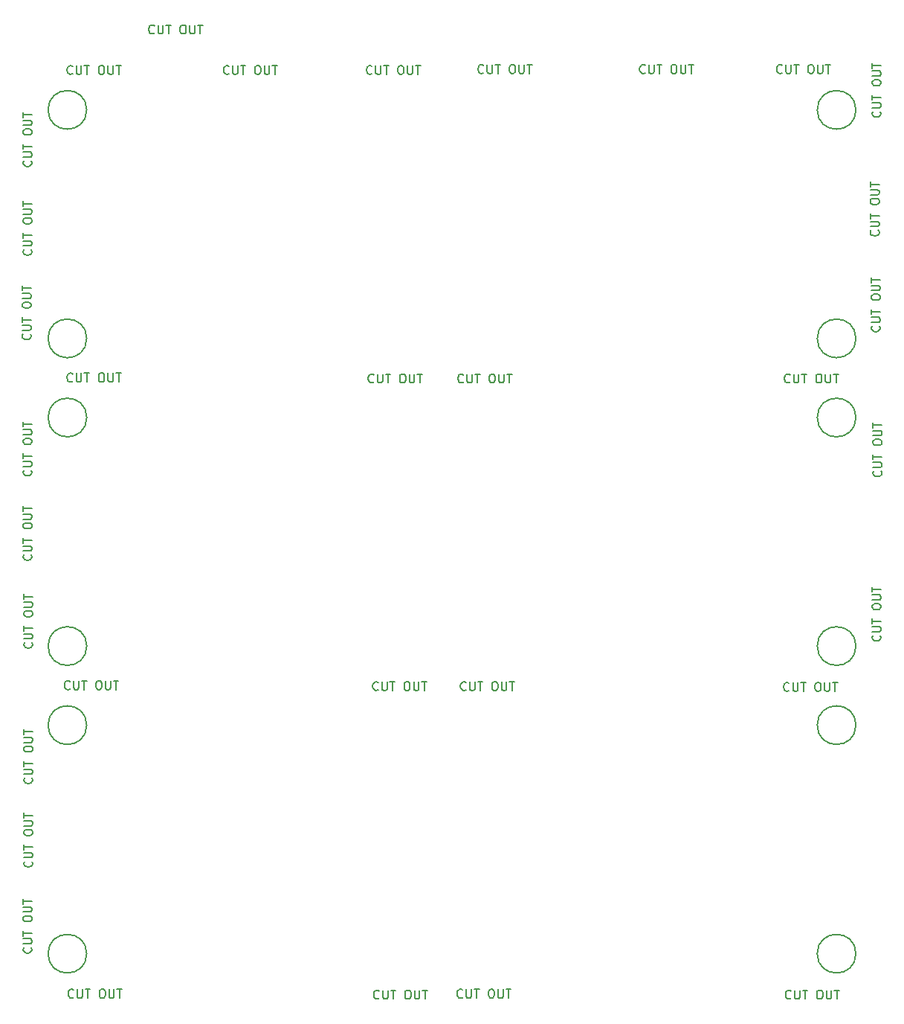
<source format=gbr>
G04 #@! TF.GenerationSoftware,KiCad,Pcbnew,(5.1.5)-3*
G04 #@! TF.CreationDate,2020-05-17T20:08:31+05:30*
G04 #@! TF.ProjectId,panel,70616e65-6c2e-46b6-9963-61645f706362,rev?*
G04 #@! TF.SameCoordinates,Original*
G04 #@! TF.FileFunction,Other,Comment*
%FSLAX46Y46*%
G04 Gerber Fmt 4.6, Leading zero omitted, Abs format (unit mm)*
G04 Created by KiCad (PCBNEW (5.1.5)-3) date 2020-05-17 20:08:31*
%MOMM*%
%LPD*%
G04 APERTURE LIST*
%ADD10C,0.150000*%
G04 APERTURE END LIST*
D10*
X129257142Y-73904761D02*
X129304761Y-73952380D01*
X129352380Y-74095238D01*
X129352380Y-74190476D01*
X129304761Y-74333333D01*
X129209523Y-74428571D01*
X129114285Y-74476190D01*
X128923809Y-74523809D01*
X128780952Y-74523809D01*
X128590476Y-74476190D01*
X128495238Y-74428571D01*
X128400000Y-74333333D01*
X128352380Y-74190476D01*
X128352380Y-74095238D01*
X128400000Y-73952380D01*
X128447619Y-73904761D01*
X128352380Y-73476190D02*
X129161904Y-73476190D01*
X129257142Y-73428571D01*
X129304761Y-73380952D01*
X129352380Y-73285714D01*
X129352380Y-73095238D01*
X129304761Y-73000000D01*
X129257142Y-72952380D01*
X129161904Y-72904761D01*
X128352380Y-72904761D01*
X128352380Y-72571428D02*
X128352380Y-72000000D01*
X129352380Y-72285714D02*
X128352380Y-72285714D01*
X128352380Y-70714285D02*
X128352380Y-70523809D01*
X128400000Y-70428571D01*
X128495238Y-70333333D01*
X128685714Y-70285714D01*
X129019047Y-70285714D01*
X129209523Y-70333333D01*
X129304761Y-70428571D01*
X129352380Y-70523809D01*
X129352380Y-70714285D01*
X129304761Y-70809523D01*
X129209523Y-70904761D01*
X129019047Y-70952380D01*
X128685714Y-70952380D01*
X128495238Y-70904761D01*
X128400000Y-70809523D01*
X128352380Y-70714285D01*
X128352380Y-69857142D02*
X129161904Y-69857142D01*
X129257142Y-69809523D01*
X129304761Y-69761904D01*
X129352380Y-69666666D01*
X129352380Y-69476190D01*
X129304761Y-69380952D01*
X129257142Y-69333333D01*
X129161904Y-69285714D01*
X128352380Y-69285714D01*
X128352380Y-68952380D02*
X128352380Y-68380952D01*
X129352380Y-68666666D02*
X128352380Y-68666666D01*
X129257142Y-63804761D02*
X129304761Y-63852380D01*
X129352380Y-63995238D01*
X129352380Y-64090476D01*
X129304761Y-64233333D01*
X129209523Y-64328571D01*
X129114285Y-64376190D01*
X128923809Y-64423809D01*
X128780952Y-64423809D01*
X128590476Y-64376190D01*
X128495238Y-64328571D01*
X128400000Y-64233333D01*
X128352380Y-64090476D01*
X128352380Y-63995238D01*
X128400000Y-63852380D01*
X128447619Y-63804761D01*
X128352380Y-63376190D02*
X129161904Y-63376190D01*
X129257142Y-63328571D01*
X129304761Y-63280952D01*
X129352380Y-63185714D01*
X129352380Y-62995238D01*
X129304761Y-62900000D01*
X129257142Y-62852380D01*
X129161904Y-62804761D01*
X128352380Y-62804761D01*
X128352380Y-62471428D02*
X128352380Y-61900000D01*
X129352380Y-62185714D02*
X128352380Y-62185714D01*
X128352380Y-60614285D02*
X128352380Y-60423809D01*
X128400000Y-60328571D01*
X128495238Y-60233333D01*
X128685714Y-60185714D01*
X129019047Y-60185714D01*
X129209523Y-60233333D01*
X129304761Y-60328571D01*
X129352380Y-60423809D01*
X129352380Y-60614285D01*
X129304761Y-60709523D01*
X129209523Y-60804761D01*
X129019047Y-60852380D01*
X128685714Y-60852380D01*
X128495238Y-60804761D01*
X128400000Y-60709523D01*
X128352380Y-60614285D01*
X128352380Y-59757142D02*
X129161904Y-59757142D01*
X129257142Y-59709523D01*
X129304761Y-59661904D01*
X129352380Y-59566666D01*
X129352380Y-59376190D01*
X129304761Y-59280952D01*
X129257142Y-59233333D01*
X129161904Y-59185714D01*
X128352380Y-59185714D01*
X128352380Y-58852380D02*
X128352380Y-58280952D01*
X129352380Y-58566666D02*
X128352380Y-58566666D01*
X129157142Y-83504761D02*
X129204761Y-83552380D01*
X129252380Y-83695238D01*
X129252380Y-83790476D01*
X129204761Y-83933333D01*
X129109523Y-84028571D01*
X129014285Y-84076190D01*
X128823809Y-84123809D01*
X128680952Y-84123809D01*
X128490476Y-84076190D01*
X128395238Y-84028571D01*
X128300000Y-83933333D01*
X128252380Y-83790476D01*
X128252380Y-83695238D01*
X128300000Y-83552380D01*
X128347619Y-83504761D01*
X128252380Y-83076190D02*
X129061904Y-83076190D01*
X129157142Y-83028571D01*
X129204761Y-82980952D01*
X129252380Y-82885714D01*
X129252380Y-82695238D01*
X129204761Y-82600000D01*
X129157142Y-82552380D01*
X129061904Y-82504761D01*
X128252380Y-82504761D01*
X128252380Y-82171428D02*
X128252380Y-81600000D01*
X129252380Y-81885714D02*
X128252380Y-81885714D01*
X128252380Y-80314285D02*
X128252380Y-80123809D01*
X128300000Y-80028571D01*
X128395238Y-79933333D01*
X128585714Y-79885714D01*
X128919047Y-79885714D01*
X129109523Y-79933333D01*
X129204761Y-80028571D01*
X129252380Y-80123809D01*
X129252380Y-80314285D01*
X129204761Y-80409523D01*
X129109523Y-80504761D01*
X128919047Y-80552380D01*
X128585714Y-80552380D01*
X128395238Y-80504761D01*
X128300000Y-80409523D01*
X128252380Y-80314285D01*
X128252380Y-79457142D02*
X129061904Y-79457142D01*
X129157142Y-79409523D01*
X129204761Y-79361904D01*
X129252380Y-79266666D01*
X129252380Y-79076190D01*
X129204761Y-78980952D01*
X129157142Y-78933333D01*
X129061904Y-78885714D01*
X128252380Y-78885714D01*
X128252380Y-78552380D02*
X128252380Y-77980952D01*
X129252380Y-78266666D02*
X128252380Y-78266666D01*
X129257142Y-108604761D02*
X129304761Y-108652380D01*
X129352380Y-108795238D01*
X129352380Y-108890476D01*
X129304761Y-109033333D01*
X129209523Y-109128571D01*
X129114285Y-109176190D01*
X128923809Y-109223809D01*
X128780952Y-109223809D01*
X128590476Y-109176190D01*
X128495238Y-109128571D01*
X128400000Y-109033333D01*
X128352380Y-108890476D01*
X128352380Y-108795238D01*
X128400000Y-108652380D01*
X128447619Y-108604761D01*
X128352380Y-108176190D02*
X129161904Y-108176190D01*
X129257142Y-108128571D01*
X129304761Y-108080952D01*
X129352380Y-107985714D01*
X129352380Y-107795238D01*
X129304761Y-107700000D01*
X129257142Y-107652380D01*
X129161904Y-107604761D01*
X128352380Y-107604761D01*
X128352380Y-107271428D02*
X128352380Y-106700000D01*
X129352380Y-106985714D02*
X128352380Y-106985714D01*
X128352380Y-105414285D02*
X128352380Y-105223809D01*
X128400000Y-105128571D01*
X128495238Y-105033333D01*
X128685714Y-104985714D01*
X129019047Y-104985714D01*
X129209523Y-105033333D01*
X129304761Y-105128571D01*
X129352380Y-105223809D01*
X129352380Y-105414285D01*
X129304761Y-105509523D01*
X129209523Y-105604761D01*
X129019047Y-105652380D01*
X128685714Y-105652380D01*
X128495238Y-105604761D01*
X128400000Y-105509523D01*
X128352380Y-105414285D01*
X128352380Y-104557142D02*
X129161904Y-104557142D01*
X129257142Y-104509523D01*
X129304761Y-104461904D01*
X129352380Y-104366666D01*
X129352380Y-104176190D01*
X129304761Y-104080952D01*
X129257142Y-104033333D01*
X129161904Y-103985714D01*
X128352380Y-103985714D01*
X128352380Y-103652380D02*
X128352380Y-103080952D01*
X129352380Y-103366666D02*
X128352380Y-103366666D01*
X129357142Y-118604761D02*
X129404761Y-118652380D01*
X129452380Y-118795238D01*
X129452380Y-118890476D01*
X129404761Y-119033333D01*
X129309523Y-119128571D01*
X129214285Y-119176190D01*
X129023809Y-119223809D01*
X128880952Y-119223809D01*
X128690476Y-119176190D01*
X128595238Y-119128571D01*
X128500000Y-119033333D01*
X128452380Y-118890476D01*
X128452380Y-118795238D01*
X128500000Y-118652380D01*
X128547619Y-118604761D01*
X128452380Y-118176190D02*
X129261904Y-118176190D01*
X129357142Y-118128571D01*
X129404761Y-118080952D01*
X129452380Y-117985714D01*
X129452380Y-117795238D01*
X129404761Y-117700000D01*
X129357142Y-117652380D01*
X129261904Y-117604761D01*
X128452380Y-117604761D01*
X128452380Y-117271428D02*
X128452380Y-116700000D01*
X129452380Y-116985714D02*
X128452380Y-116985714D01*
X128452380Y-115414285D02*
X128452380Y-115223809D01*
X128500000Y-115128571D01*
X128595238Y-115033333D01*
X128785714Y-114985714D01*
X129119047Y-114985714D01*
X129309523Y-115033333D01*
X129404761Y-115128571D01*
X129452380Y-115223809D01*
X129452380Y-115414285D01*
X129404761Y-115509523D01*
X129309523Y-115604761D01*
X129119047Y-115652380D01*
X128785714Y-115652380D01*
X128595238Y-115604761D01*
X128500000Y-115509523D01*
X128452380Y-115414285D01*
X128452380Y-114557142D02*
X129261904Y-114557142D01*
X129357142Y-114509523D01*
X129404761Y-114461904D01*
X129452380Y-114366666D01*
X129452380Y-114176190D01*
X129404761Y-114080952D01*
X129357142Y-114033333D01*
X129261904Y-113985714D01*
X128452380Y-113985714D01*
X128452380Y-113652380D02*
X128452380Y-113080952D01*
X129452380Y-113366666D02*
X128452380Y-113366666D01*
X129257142Y-99004761D02*
X129304761Y-99052380D01*
X129352380Y-99195238D01*
X129352380Y-99290476D01*
X129304761Y-99433333D01*
X129209523Y-99528571D01*
X129114285Y-99576190D01*
X128923809Y-99623809D01*
X128780952Y-99623809D01*
X128590476Y-99576190D01*
X128495238Y-99528571D01*
X128400000Y-99433333D01*
X128352380Y-99290476D01*
X128352380Y-99195238D01*
X128400000Y-99052380D01*
X128447619Y-99004761D01*
X128352380Y-98576190D02*
X129161904Y-98576190D01*
X129257142Y-98528571D01*
X129304761Y-98480952D01*
X129352380Y-98385714D01*
X129352380Y-98195238D01*
X129304761Y-98100000D01*
X129257142Y-98052380D01*
X129161904Y-98004761D01*
X128352380Y-98004761D01*
X128352380Y-97671428D02*
X128352380Y-97100000D01*
X129352380Y-97385714D02*
X128352380Y-97385714D01*
X128352380Y-95814285D02*
X128352380Y-95623809D01*
X128400000Y-95528571D01*
X128495238Y-95433333D01*
X128685714Y-95385714D01*
X129019047Y-95385714D01*
X129209523Y-95433333D01*
X129304761Y-95528571D01*
X129352380Y-95623809D01*
X129352380Y-95814285D01*
X129304761Y-95909523D01*
X129209523Y-96004761D01*
X129019047Y-96052380D01*
X128685714Y-96052380D01*
X128495238Y-96004761D01*
X128400000Y-95909523D01*
X128352380Y-95814285D01*
X128352380Y-94957142D02*
X129161904Y-94957142D01*
X129257142Y-94909523D01*
X129304761Y-94861904D01*
X129352380Y-94766666D01*
X129352380Y-94576190D01*
X129304761Y-94480952D01*
X129257142Y-94433333D01*
X129161904Y-94385714D01*
X128352380Y-94385714D01*
X128352380Y-94052380D02*
X128352380Y-93480952D01*
X129352380Y-93766666D02*
X128352380Y-93766666D01*
X129357142Y-143504761D02*
X129404761Y-143552380D01*
X129452380Y-143695238D01*
X129452380Y-143790476D01*
X129404761Y-143933333D01*
X129309523Y-144028571D01*
X129214285Y-144076190D01*
X129023809Y-144123809D01*
X128880952Y-144123809D01*
X128690476Y-144076190D01*
X128595238Y-144028571D01*
X128500000Y-143933333D01*
X128452380Y-143790476D01*
X128452380Y-143695238D01*
X128500000Y-143552380D01*
X128547619Y-143504761D01*
X128452380Y-143076190D02*
X129261904Y-143076190D01*
X129357142Y-143028571D01*
X129404761Y-142980952D01*
X129452380Y-142885714D01*
X129452380Y-142695238D01*
X129404761Y-142600000D01*
X129357142Y-142552380D01*
X129261904Y-142504761D01*
X128452380Y-142504761D01*
X128452380Y-142171428D02*
X128452380Y-141600000D01*
X129452380Y-141885714D02*
X128452380Y-141885714D01*
X128452380Y-140314285D02*
X128452380Y-140123809D01*
X128500000Y-140028571D01*
X128595238Y-139933333D01*
X128785714Y-139885714D01*
X129119047Y-139885714D01*
X129309523Y-139933333D01*
X129404761Y-140028571D01*
X129452380Y-140123809D01*
X129452380Y-140314285D01*
X129404761Y-140409523D01*
X129309523Y-140504761D01*
X129119047Y-140552380D01*
X128785714Y-140552380D01*
X128595238Y-140504761D01*
X128500000Y-140409523D01*
X128452380Y-140314285D01*
X128452380Y-139457142D02*
X129261904Y-139457142D01*
X129357142Y-139409523D01*
X129404761Y-139361904D01*
X129452380Y-139266666D01*
X129452380Y-139076190D01*
X129404761Y-138980952D01*
X129357142Y-138933333D01*
X129261904Y-138885714D01*
X128452380Y-138885714D01*
X128452380Y-138552380D02*
X128452380Y-137980952D01*
X129452380Y-138266666D02*
X128452380Y-138266666D01*
X129257142Y-153304761D02*
X129304761Y-153352380D01*
X129352380Y-153495238D01*
X129352380Y-153590476D01*
X129304761Y-153733333D01*
X129209523Y-153828571D01*
X129114285Y-153876190D01*
X128923809Y-153923809D01*
X128780952Y-153923809D01*
X128590476Y-153876190D01*
X128495238Y-153828571D01*
X128400000Y-153733333D01*
X128352380Y-153590476D01*
X128352380Y-153495238D01*
X128400000Y-153352380D01*
X128447619Y-153304761D01*
X128352380Y-152876190D02*
X129161904Y-152876190D01*
X129257142Y-152828571D01*
X129304761Y-152780952D01*
X129352380Y-152685714D01*
X129352380Y-152495238D01*
X129304761Y-152400000D01*
X129257142Y-152352380D01*
X129161904Y-152304761D01*
X128352380Y-152304761D01*
X128352380Y-151971428D02*
X128352380Y-151400000D01*
X129352380Y-151685714D02*
X128352380Y-151685714D01*
X128352380Y-150114285D02*
X128352380Y-149923809D01*
X128400000Y-149828571D01*
X128495238Y-149733333D01*
X128685714Y-149685714D01*
X129019047Y-149685714D01*
X129209523Y-149733333D01*
X129304761Y-149828571D01*
X129352380Y-149923809D01*
X129352380Y-150114285D01*
X129304761Y-150209523D01*
X129209523Y-150304761D01*
X129019047Y-150352380D01*
X128685714Y-150352380D01*
X128495238Y-150304761D01*
X128400000Y-150209523D01*
X128352380Y-150114285D01*
X128352380Y-149257142D02*
X129161904Y-149257142D01*
X129257142Y-149209523D01*
X129304761Y-149161904D01*
X129352380Y-149066666D01*
X129352380Y-148876190D01*
X129304761Y-148780952D01*
X129257142Y-148733333D01*
X129161904Y-148685714D01*
X128352380Y-148685714D01*
X128352380Y-148352380D02*
X128352380Y-147780952D01*
X129352380Y-148066666D02*
X128352380Y-148066666D01*
X129357142Y-134004761D02*
X129404761Y-134052380D01*
X129452380Y-134195238D01*
X129452380Y-134290476D01*
X129404761Y-134433333D01*
X129309523Y-134528571D01*
X129214285Y-134576190D01*
X129023809Y-134623809D01*
X128880952Y-134623809D01*
X128690476Y-134576190D01*
X128595238Y-134528571D01*
X128500000Y-134433333D01*
X128452380Y-134290476D01*
X128452380Y-134195238D01*
X128500000Y-134052380D01*
X128547619Y-134004761D01*
X128452380Y-133576190D02*
X129261904Y-133576190D01*
X129357142Y-133528571D01*
X129404761Y-133480952D01*
X129452380Y-133385714D01*
X129452380Y-133195238D01*
X129404761Y-133100000D01*
X129357142Y-133052380D01*
X129261904Y-133004761D01*
X128452380Y-133004761D01*
X128452380Y-132671428D02*
X128452380Y-132100000D01*
X129452380Y-132385714D02*
X128452380Y-132385714D01*
X128452380Y-130814285D02*
X128452380Y-130623809D01*
X128500000Y-130528571D01*
X128595238Y-130433333D01*
X128785714Y-130385714D01*
X129119047Y-130385714D01*
X129309523Y-130433333D01*
X129404761Y-130528571D01*
X129452380Y-130623809D01*
X129452380Y-130814285D01*
X129404761Y-130909523D01*
X129309523Y-131004761D01*
X129119047Y-131052380D01*
X128785714Y-131052380D01*
X128595238Y-131004761D01*
X128500000Y-130909523D01*
X128452380Y-130814285D01*
X128452380Y-129957142D02*
X129261904Y-129957142D01*
X129357142Y-129909523D01*
X129404761Y-129861904D01*
X129452380Y-129766666D01*
X129452380Y-129576190D01*
X129404761Y-129480952D01*
X129357142Y-129433333D01*
X129261904Y-129385714D01*
X128452380Y-129385714D01*
X128452380Y-129052380D02*
X128452380Y-128480952D01*
X129452380Y-128766666D02*
X128452380Y-128766666D01*
X215795238Y-159057142D02*
X215747619Y-159104761D01*
X215604761Y-159152380D01*
X215509523Y-159152380D01*
X215366666Y-159104761D01*
X215271428Y-159009523D01*
X215223809Y-158914285D01*
X215176190Y-158723809D01*
X215176190Y-158580952D01*
X215223809Y-158390476D01*
X215271428Y-158295238D01*
X215366666Y-158200000D01*
X215509523Y-158152380D01*
X215604761Y-158152380D01*
X215747619Y-158200000D01*
X215795238Y-158247619D01*
X216223809Y-158152380D02*
X216223809Y-158961904D01*
X216271428Y-159057142D01*
X216319047Y-159104761D01*
X216414285Y-159152380D01*
X216604761Y-159152380D01*
X216700000Y-159104761D01*
X216747619Y-159057142D01*
X216795238Y-158961904D01*
X216795238Y-158152380D01*
X217128571Y-158152380D02*
X217700000Y-158152380D01*
X217414285Y-159152380D02*
X217414285Y-158152380D01*
X218985714Y-158152380D02*
X219176190Y-158152380D01*
X219271428Y-158200000D01*
X219366666Y-158295238D01*
X219414285Y-158485714D01*
X219414285Y-158819047D01*
X219366666Y-159009523D01*
X219271428Y-159104761D01*
X219176190Y-159152380D01*
X218985714Y-159152380D01*
X218890476Y-159104761D01*
X218795238Y-159009523D01*
X218747619Y-158819047D01*
X218747619Y-158485714D01*
X218795238Y-158295238D01*
X218890476Y-158200000D01*
X218985714Y-158152380D01*
X219842857Y-158152380D02*
X219842857Y-158961904D01*
X219890476Y-159057142D01*
X219938095Y-159104761D01*
X220033333Y-159152380D01*
X220223809Y-159152380D01*
X220319047Y-159104761D01*
X220366666Y-159057142D01*
X220414285Y-158961904D01*
X220414285Y-158152380D01*
X220747619Y-158152380D02*
X221319047Y-158152380D01*
X221033333Y-159152380D02*
X221033333Y-158152380D01*
X178395238Y-158957142D02*
X178347619Y-159004761D01*
X178204761Y-159052380D01*
X178109523Y-159052380D01*
X177966666Y-159004761D01*
X177871428Y-158909523D01*
X177823809Y-158814285D01*
X177776190Y-158623809D01*
X177776190Y-158480952D01*
X177823809Y-158290476D01*
X177871428Y-158195238D01*
X177966666Y-158100000D01*
X178109523Y-158052380D01*
X178204761Y-158052380D01*
X178347619Y-158100000D01*
X178395238Y-158147619D01*
X178823809Y-158052380D02*
X178823809Y-158861904D01*
X178871428Y-158957142D01*
X178919047Y-159004761D01*
X179014285Y-159052380D01*
X179204761Y-159052380D01*
X179300000Y-159004761D01*
X179347619Y-158957142D01*
X179395238Y-158861904D01*
X179395238Y-158052380D01*
X179728571Y-158052380D02*
X180300000Y-158052380D01*
X180014285Y-159052380D02*
X180014285Y-158052380D01*
X181585714Y-158052380D02*
X181776190Y-158052380D01*
X181871428Y-158100000D01*
X181966666Y-158195238D01*
X182014285Y-158385714D01*
X182014285Y-158719047D01*
X181966666Y-158909523D01*
X181871428Y-159004761D01*
X181776190Y-159052380D01*
X181585714Y-159052380D01*
X181490476Y-159004761D01*
X181395238Y-158909523D01*
X181347619Y-158719047D01*
X181347619Y-158385714D01*
X181395238Y-158195238D01*
X181490476Y-158100000D01*
X181585714Y-158052380D01*
X182442857Y-158052380D02*
X182442857Y-158861904D01*
X182490476Y-158957142D01*
X182538095Y-159004761D01*
X182633333Y-159052380D01*
X182823809Y-159052380D01*
X182919047Y-159004761D01*
X182966666Y-158957142D01*
X183014285Y-158861904D01*
X183014285Y-158052380D01*
X183347619Y-158052380D02*
X183919047Y-158052380D01*
X183633333Y-159052380D02*
X183633333Y-158052380D01*
X168895238Y-159057142D02*
X168847619Y-159104761D01*
X168704761Y-159152380D01*
X168609523Y-159152380D01*
X168466666Y-159104761D01*
X168371428Y-159009523D01*
X168323809Y-158914285D01*
X168276190Y-158723809D01*
X168276190Y-158580952D01*
X168323809Y-158390476D01*
X168371428Y-158295238D01*
X168466666Y-158200000D01*
X168609523Y-158152380D01*
X168704761Y-158152380D01*
X168847619Y-158200000D01*
X168895238Y-158247619D01*
X169323809Y-158152380D02*
X169323809Y-158961904D01*
X169371428Y-159057142D01*
X169419047Y-159104761D01*
X169514285Y-159152380D01*
X169704761Y-159152380D01*
X169800000Y-159104761D01*
X169847619Y-159057142D01*
X169895238Y-158961904D01*
X169895238Y-158152380D01*
X170228571Y-158152380D02*
X170800000Y-158152380D01*
X170514285Y-159152380D02*
X170514285Y-158152380D01*
X172085714Y-158152380D02*
X172276190Y-158152380D01*
X172371428Y-158200000D01*
X172466666Y-158295238D01*
X172514285Y-158485714D01*
X172514285Y-158819047D01*
X172466666Y-159009523D01*
X172371428Y-159104761D01*
X172276190Y-159152380D01*
X172085714Y-159152380D01*
X171990476Y-159104761D01*
X171895238Y-159009523D01*
X171847619Y-158819047D01*
X171847619Y-158485714D01*
X171895238Y-158295238D01*
X171990476Y-158200000D01*
X172085714Y-158152380D01*
X172942857Y-158152380D02*
X172942857Y-158961904D01*
X172990476Y-159057142D01*
X173038095Y-159104761D01*
X173133333Y-159152380D01*
X173323809Y-159152380D01*
X173419047Y-159104761D01*
X173466666Y-159057142D01*
X173514285Y-158961904D01*
X173514285Y-158152380D01*
X173847619Y-158152380D02*
X174419047Y-158152380D01*
X174133333Y-159152380D02*
X174133333Y-158152380D01*
X134095238Y-158957142D02*
X134047619Y-159004761D01*
X133904761Y-159052380D01*
X133809523Y-159052380D01*
X133666666Y-159004761D01*
X133571428Y-158909523D01*
X133523809Y-158814285D01*
X133476190Y-158623809D01*
X133476190Y-158480952D01*
X133523809Y-158290476D01*
X133571428Y-158195238D01*
X133666666Y-158100000D01*
X133809523Y-158052380D01*
X133904761Y-158052380D01*
X134047619Y-158100000D01*
X134095238Y-158147619D01*
X134523809Y-158052380D02*
X134523809Y-158861904D01*
X134571428Y-158957142D01*
X134619047Y-159004761D01*
X134714285Y-159052380D01*
X134904761Y-159052380D01*
X135000000Y-159004761D01*
X135047619Y-158957142D01*
X135095238Y-158861904D01*
X135095238Y-158052380D01*
X135428571Y-158052380D02*
X136000000Y-158052380D01*
X135714285Y-159052380D02*
X135714285Y-158052380D01*
X137285714Y-158052380D02*
X137476190Y-158052380D01*
X137571428Y-158100000D01*
X137666666Y-158195238D01*
X137714285Y-158385714D01*
X137714285Y-158719047D01*
X137666666Y-158909523D01*
X137571428Y-159004761D01*
X137476190Y-159052380D01*
X137285714Y-159052380D01*
X137190476Y-159004761D01*
X137095238Y-158909523D01*
X137047619Y-158719047D01*
X137047619Y-158385714D01*
X137095238Y-158195238D01*
X137190476Y-158100000D01*
X137285714Y-158052380D01*
X138142857Y-158052380D02*
X138142857Y-158861904D01*
X138190476Y-158957142D01*
X138238095Y-159004761D01*
X138333333Y-159052380D01*
X138523809Y-159052380D01*
X138619047Y-159004761D01*
X138666666Y-158957142D01*
X138714285Y-158861904D01*
X138714285Y-158052380D01*
X139047619Y-158052380D02*
X139619047Y-158052380D01*
X139333333Y-159052380D02*
X139333333Y-158052380D01*
X215595238Y-124057142D02*
X215547619Y-124104761D01*
X215404761Y-124152380D01*
X215309523Y-124152380D01*
X215166666Y-124104761D01*
X215071428Y-124009523D01*
X215023809Y-123914285D01*
X214976190Y-123723809D01*
X214976190Y-123580952D01*
X215023809Y-123390476D01*
X215071428Y-123295238D01*
X215166666Y-123200000D01*
X215309523Y-123152380D01*
X215404761Y-123152380D01*
X215547619Y-123200000D01*
X215595238Y-123247619D01*
X216023809Y-123152380D02*
X216023809Y-123961904D01*
X216071428Y-124057142D01*
X216119047Y-124104761D01*
X216214285Y-124152380D01*
X216404761Y-124152380D01*
X216500000Y-124104761D01*
X216547619Y-124057142D01*
X216595238Y-123961904D01*
X216595238Y-123152380D01*
X216928571Y-123152380D02*
X217500000Y-123152380D01*
X217214285Y-124152380D02*
X217214285Y-123152380D01*
X218785714Y-123152380D02*
X218976190Y-123152380D01*
X219071428Y-123200000D01*
X219166666Y-123295238D01*
X219214285Y-123485714D01*
X219214285Y-123819047D01*
X219166666Y-124009523D01*
X219071428Y-124104761D01*
X218976190Y-124152380D01*
X218785714Y-124152380D01*
X218690476Y-124104761D01*
X218595238Y-124009523D01*
X218547619Y-123819047D01*
X218547619Y-123485714D01*
X218595238Y-123295238D01*
X218690476Y-123200000D01*
X218785714Y-123152380D01*
X219642857Y-123152380D02*
X219642857Y-123961904D01*
X219690476Y-124057142D01*
X219738095Y-124104761D01*
X219833333Y-124152380D01*
X220023809Y-124152380D01*
X220119047Y-124104761D01*
X220166666Y-124057142D01*
X220214285Y-123961904D01*
X220214285Y-123152380D01*
X220547619Y-123152380D02*
X221119047Y-123152380D01*
X220833333Y-124152380D02*
X220833333Y-123152380D01*
X178795238Y-123957142D02*
X178747619Y-124004761D01*
X178604761Y-124052380D01*
X178509523Y-124052380D01*
X178366666Y-124004761D01*
X178271428Y-123909523D01*
X178223809Y-123814285D01*
X178176190Y-123623809D01*
X178176190Y-123480952D01*
X178223809Y-123290476D01*
X178271428Y-123195238D01*
X178366666Y-123100000D01*
X178509523Y-123052380D01*
X178604761Y-123052380D01*
X178747619Y-123100000D01*
X178795238Y-123147619D01*
X179223809Y-123052380D02*
X179223809Y-123861904D01*
X179271428Y-123957142D01*
X179319047Y-124004761D01*
X179414285Y-124052380D01*
X179604761Y-124052380D01*
X179700000Y-124004761D01*
X179747619Y-123957142D01*
X179795238Y-123861904D01*
X179795238Y-123052380D01*
X180128571Y-123052380D02*
X180700000Y-123052380D01*
X180414285Y-124052380D02*
X180414285Y-123052380D01*
X181985714Y-123052380D02*
X182176190Y-123052380D01*
X182271428Y-123100000D01*
X182366666Y-123195238D01*
X182414285Y-123385714D01*
X182414285Y-123719047D01*
X182366666Y-123909523D01*
X182271428Y-124004761D01*
X182176190Y-124052380D01*
X181985714Y-124052380D01*
X181890476Y-124004761D01*
X181795238Y-123909523D01*
X181747619Y-123719047D01*
X181747619Y-123385714D01*
X181795238Y-123195238D01*
X181890476Y-123100000D01*
X181985714Y-123052380D01*
X182842857Y-123052380D02*
X182842857Y-123861904D01*
X182890476Y-123957142D01*
X182938095Y-124004761D01*
X183033333Y-124052380D01*
X183223809Y-124052380D01*
X183319047Y-124004761D01*
X183366666Y-123957142D01*
X183414285Y-123861904D01*
X183414285Y-123052380D01*
X183747619Y-123052380D02*
X184319047Y-123052380D01*
X184033333Y-124052380D02*
X184033333Y-123052380D01*
X168795238Y-123957142D02*
X168747619Y-124004761D01*
X168604761Y-124052380D01*
X168509523Y-124052380D01*
X168366666Y-124004761D01*
X168271428Y-123909523D01*
X168223809Y-123814285D01*
X168176190Y-123623809D01*
X168176190Y-123480952D01*
X168223809Y-123290476D01*
X168271428Y-123195238D01*
X168366666Y-123100000D01*
X168509523Y-123052380D01*
X168604761Y-123052380D01*
X168747619Y-123100000D01*
X168795238Y-123147619D01*
X169223809Y-123052380D02*
X169223809Y-123861904D01*
X169271428Y-123957142D01*
X169319047Y-124004761D01*
X169414285Y-124052380D01*
X169604761Y-124052380D01*
X169700000Y-124004761D01*
X169747619Y-123957142D01*
X169795238Y-123861904D01*
X169795238Y-123052380D01*
X170128571Y-123052380D02*
X170700000Y-123052380D01*
X170414285Y-124052380D02*
X170414285Y-123052380D01*
X171985714Y-123052380D02*
X172176190Y-123052380D01*
X172271428Y-123100000D01*
X172366666Y-123195238D01*
X172414285Y-123385714D01*
X172414285Y-123719047D01*
X172366666Y-123909523D01*
X172271428Y-124004761D01*
X172176190Y-124052380D01*
X171985714Y-124052380D01*
X171890476Y-124004761D01*
X171795238Y-123909523D01*
X171747619Y-123719047D01*
X171747619Y-123385714D01*
X171795238Y-123195238D01*
X171890476Y-123100000D01*
X171985714Y-123052380D01*
X172842857Y-123052380D02*
X172842857Y-123861904D01*
X172890476Y-123957142D01*
X172938095Y-124004761D01*
X173033333Y-124052380D01*
X173223809Y-124052380D01*
X173319047Y-124004761D01*
X173366666Y-123957142D01*
X173414285Y-123861904D01*
X173414285Y-123052380D01*
X173747619Y-123052380D02*
X174319047Y-123052380D01*
X174033333Y-124052380D02*
X174033333Y-123052380D01*
X133695238Y-123857142D02*
X133647619Y-123904761D01*
X133504761Y-123952380D01*
X133409523Y-123952380D01*
X133266666Y-123904761D01*
X133171428Y-123809523D01*
X133123809Y-123714285D01*
X133076190Y-123523809D01*
X133076190Y-123380952D01*
X133123809Y-123190476D01*
X133171428Y-123095238D01*
X133266666Y-123000000D01*
X133409523Y-122952380D01*
X133504761Y-122952380D01*
X133647619Y-123000000D01*
X133695238Y-123047619D01*
X134123809Y-122952380D02*
X134123809Y-123761904D01*
X134171428Y-123857142D01*
X134219047Y-123904761D01*
X134314285Y-123952380D01*
X134504761Y-123952380D01*
X134600000Y-123904761D01*
X134647619Y-123857142D01*
X134695238Y-123761904D01*
X134695238Y-122952380D01*
X135028571Y-122952380D02*
X135600000Y-122952380D01*
X135314285Y-123952380D02*
X135314285Y-122952380D01*
X136885714Y-122952380D02*
X137076190Y-122952380D01*
X137171428Y-123000000D01*
X137266666Y-123095238D01*
X137314285Y-123285714D01*
X137314285Y-123619047D01*
X137266666Y-123809523D01*
X137171428Y-123904761D01*
X137076190Y-123952380D01*
X136885714Y-123952380D01*
X136790476Y-123904761D01*
X136695238Y-123809523D01*
X136647619Y-123619047D01*
X136647619Y-123285714D01*
X136695238Y-123095238D01*
X136790476Y-123000000D01*
X136885714Y-122952380D01*
X137742857Y-122952380D02*
X137742857Y-123761904D01*
X137790476Y-123857142D01*
X137838095Y-123904761D01*
X137933333Y-123952380D01*
X138123809Y-123952380D01*
X138219047Y-123904761D01*
X138266666Y-123857142D01*
X138314285Y-123761904D01*
X138314285Y-122952380D01*
X138647619Y-122952380D02*
X139219047Y-122952380D01*
X138933333Y-123952380D02*
X138933333Y-122952380D01*
X215695238Y-88957142D02*
X215647619Y-89004761D01*
X215504761Y-89052380D01*
X215409523Y-89052380D01*
X215266666Y-89004761D01*
X215171428Y-88909523D01*
X215123809Y-88814285D01*
X215076190Y-88623809D01*
X215076190Y-88480952D01*
X215123809Y-88290476D01*
X215171428Y-88195238D01*
X215266666Y-88100000D01*
X215409523Y-88052380D01*
X215504761Y-88052380D01*
X215647619Y-88100000D01*
X215695238Y-88147619D01*
X216123809Y-88052380D02*
X216123809Y-88861904D01*
X216171428Y-88957142D01*
X216219047Y-89004761D01*
X216314285Y-89052380D01*
X216504761Y-89052380D01*
X216600000Y-89004761D01*
X216647619Y-88957142D01*
X216695238Y-88861904D01*
X216695238Y-88052380D01*
X217028571Y-88052380D02*
X217600000Y-88052380D01*
X217314285Y-89052380D02*
X217314285Y-88052380D01*
X218885714Y-88052380D02*
X219076190Y-88052380D01*
X219171428Y-88100000D01*
X219266666Y-88195238D01*
X219314285Y-88385714D01*
X219314285Y-88719047D01*
X219266666Y-88909523D01*
X219171428Y-89004761D01*
X219076190Y-89052380D01*
X218885714Y-89052380D01*
X218790476Y-89004761D01*
X218695238Y-88909523D01*
X218647619Y-88719047D01*
X218647619Y-88385714D01*
X218695238Y-88195238D01*
X218790476Y-88100000D01*
X218885714Y-88052380D01*
X219742857Y-88052380D02*
X219742857Y-88861904D01*
X219790476Y-88957142D01*
X219838095Y-89004761D01*
X219933333Y-89052380D01*
X220123809Y-89052380D01*
X220219047Y-89004761D01*
X220266666Y-88957142D01*
X220314285Y-88861904D01*
X220314285Y-88052380D01*
X220647619Y-88052380D02*
X221219047Y-88052380D01*
X220933333Y-89052380D02*
X220933333Y-88052380D01*
X178495238Y-88957142D02*
X178447619Y-89004761D01*
X178304761Y-89052380D01*
X178209523Y-89052380D01*
X178066666Y-89004761D01*
X177971428Y-88909523D01*
X177923809Y-88814285D01*
X177876190Y-88623809D01*
X177876190Y-88480952D01*
X177923809Y-88290476D01*
X177971428Y-88195238D01*
X178066666Y-88100000D01*
X178209523Y-88052380D01*
X178304761Y-88052380D01*
X178447619Y-88100000D01*
X178495238Y-88147619D01*
X178923809Y-88052380D02*
X178923809Y-88861904D01*
X178971428Y-88957142D01*
X179019047Y-89004761D01*
X179114285Y-89052380D01*
X179304761Y-89052380D01*
X179400000Y-89004761D01*
X179447619Y-88957142D01*
X179495238Y-88861904D01*
X179495238Y-88052380D01*
X179828571Y-88052380D02*
X180400000Y-88052380D01*
X180114285Y-89052380D02*
X180114285Y-88052380D01*
X181685714Y-88052380D02*
X181876190Y-88052380D01*
X181971428Y-88100000D01*
X182066666Y-88195238D01*
X182114285Y-88385714D01*
X182114285Y-88719047D01*
X182066666Y-88909523D01*
X181971428Y-89004761D01*
X181876190Y-89052380D01*
X181685714Y-89052380D01*
X181590476Y-89004761D01*
X181495238Y-88909523D01*
X181447619Y-88719047D01*
X181447619Y-88385714D01*
X181495238Y-88195238D01*
X181590476Y-88100000D01*
X181685714Y-88052380D01*
X182542857Y-88052380D02*
X182542857Y-88861904D01*
X182590476Y-88957142D01*
X182638095Y-89004761D01*
X182733333Y-89052380D01*
X182923809Y-89052380D01*
X183019047Y-89004761D01*
X183066666Y-88957142D01*
X183114285Y-88861904D01*
X183114285Y-88052380D01*
X183447619Y-88052380D02*
X184019047Y-88052380D01*
X183733333Y-89052380D02*
X183733333Y-88052380D01*
X168295238Y-88957142D02*
X168247619Y-89004761D01*
X168104761Y-89052380D01*
X168009523Y-89052380D01*
X167866666Y-89004761D01*
X167771428Y-88909523D01*
X167723809Y-88814285D01*
X167676190Y-88623809D01*
X167676190Y-88480952D01*
X167723809Y-88290476D01*
X167771428Y-88195238D01*
X167866666Y-88100000D01*
X168009523Y-88052380D01*
X168104761Y-88052380D01*
X168247619Y-88100000D01*
X168295238Y-88147619D01*
X168723809Y-88052380D02*
X168723809Y-88861904D01*
X168771428Y-88957142D01*
X168819047Y-89004761D01*
X168914285Y-89052380D01*
X169104761Y-89052380D01*
X169200000Y-89004761D01*
X169247619Y-88957142D01*
X169295238Y-88861904D01*
X169295238Y-88052380D01*
X169628571Y-88052380D02*
X170200000Y-88052380D01*
X169914285Y-89052380D02*
X169914285Y-88052380D01*
X171485714Y-88052380D02*
X171676190Y-88052380D01*
X171771428Y-88100000D01*
X171866666Y-88195238D01*
X171914285Y-88385714D01*
X171914285Y-88719047D01*
X171866666Y-88909523D01*
X171771428Y-89004761D01*
X171676190Y-89052380D01*
X171485714Y-89052380D01*
X171390476Y-89004761D01*
X171295238Y-88909523D01*
X171247619Y-88719047D01*
X171247619Y-88385714D01*
X171295238Y-88195238D01*
X171390476Y-88100000D01*
X171485714Y-88052380D01*
X172342857Y-88052380D02*
X172342857Y-88861904D01*
X172390476Y-88957142D01*
X172438095Y-89004761D01*
X172533333Y-89052380D01*
X172723809Y-89052380D01*
X172819047Y-89004761D01*
X172866666Y-88957142D01*
X172914285Y-88861904D01*
X172914285Y-88052380D01*
X173247619Y-88052380D02*
X173819047Y-88052380D01*
X173533333Y-89052380D02*
X173533333Y-88052380D01*
X133995238Y-88857142D02*
X133947619Y-88904761D01*
X133804761Y-88952380D01*
X133709523Y-88952380D01*
X133566666Y-88904761D01*
X133471428Y-88809523D01*
X133423809Y-88714285D01*
X133376190Y-88523809D01*
X133376190Y-88380952D01*
X133423809Y-88190476D01*
X133471428Y-88095238D01*
X133566666Y-88000000D01*
X133709523Y-87952380D01*
X133804761Y-87952380D01*
X133947619Y-88000000D01*
X133995238Y-88047619D01*
X134423809Y-87952380D02*
X134423809Y-88761904D01*
X134471428Y-88857142D01*
X134519047Y-88904761D01*
X134614285Y-88952380D01*
X134804761Y-88952380D01*
X134900000Y-88904761D01*
X134947619Y-88857142D01*
X134995238Y-88761904D01*
X134995238Y-87952380D01*
X135328571Y-87952380D02*
X135900000Y-87952380D01*
X135614285Y-88952380D02*
X135614285Y-87952380D01*
X137185714Y-87952380D02*
X137376190Y-87952380D01*
X137471428Y-88000000D01*
X137566666Y-88095238D01*
X137614285Y-88285714D01*
X137614285Y-88619047D01*
X137566666Y-88809523D01*
X137471428Y-88904761D01*
X137376190Y-88952380D01*
X137185714Y-88952380D01*
X137090476Y-88904761D01*
X136995238Y-88809523D01*
X136947619Y-88619047D01*
X136947619Y-88285714D01*
X136995238Y-88095238D01*
X137090476Y-88000000D01*
X137185714Y-87952380D01*
X138042857Y-87952380D02*
X138042857Y-88761904D01*
X138090476Y-88857142D01*
X138138095Y-88904761D01*
X138233333Y-88952380D01*
X138423809Y-88952380D01*
X138519047Y-88904761D01*
X138566666Y-88857142D01*
X138614285Y-88761904D01*
X138614285Y-87952380D01*
X138947619Y-87952380D02*
X139519047Y-87952380D01*
X139233333Y-88952380D02*
X139233333Y-87952380D01*
X225957142Y-117804761D02*
X226004761Y-117852380D01*
X226052380Y-117995238D01*
X226052380Y-118090476D01*
X226004761Y-118233333D01*
X225909523Y-118328571D01*
X225814285Y-118376190D01*
X225623809Y-118423809D01*
X225480952Y-118423809D01*
X225290476Y-118376190D01*
X225195238Y-118328571D01*
X225100000Y-118233333D01*
X225052380Y-118090476D01*
X225052380Y-117995238D01*
X225100000Y-117852380D01*
X225147619Y-117804761D01*
X225052380Y-117376190D02*
X225861904Y-117376190D01*
X225957142Y-117328571D01*
X226004761Y-117280952D01*
X226052380Y-117185714D01*
X226052380Y-116995238D01*
X226004761Y-116900000D01*
X225957142Y-116852380D01*
X225861904Y-116804761D01*
X225052380Y-116804761D01*
X225052380Y-116471428D02*
X225052380Y-115900000D01*
X226052380Y-116185714D02*
X225052380Y-116185714D01*
X225052380Y-114614285D02*
X225052380Y-114423809D01*
X225100000Y-114328571D01*
X225195238Y-114233333D01*
X225385714Y-114185714D01*
X225719047Y-114185714D01*
X225909523Y-114233333D01*
X226004761Y-114328571D01*
X226052380Y-114423809D01*
X226052380Y-114614285D01*
X226004761Y-114709523D01*
X225909523Y-114804761D01*
X225719047Y-114852380D01*
X225385714Y-114852380D01*
X225195238Y-114804761D01*
X225100000Y-114709523D01*
X225052380Y-114614285D01*
X225052380Y-113757142D02*
X225861904Y-113757142D01*
X225957142Y-113709523D01*
X226004761Y-113661904D01*
X226052380Y-113566666D01*
X226052380Y-113376190D01*
X226004761Y-113280952D01*
X225957142Y-113233333D01*
X225861904Y-113185714D01*
X225052380Y-113185714D01*
X225052380Y-112852380D02*
X225052380Y-112280952D01*
X226052380Y-112566666D02*
X225052380Y-112566666D01*
X226057142Y-99104761D02*
X226104761Y-99152380D01*
X226152380Y-99295238D01*
X226152380Y-99390476D01*
X226104761Y-99533333D01*
X226009523Y-99628571D01*
X225914285Y-99676190D01*
X225723809Y-99723809D01*
X225580952Y-99723809D01*
X225390476Y-99676190D01*
X225295238Y-99628571D01*
X225200000Y-99533333D01*
X225152380Y-99390476D01*
X225152380Y-99295238D01*
X225200000Y-99152380D01*
X225247619Y-99104761D01*
X225152380Y-98676190D02*
X225961904Y-98676190D01*
X226057142Y-98628571D01*
X226104761Y-98580952D01*
X226152380Y-98485714D01*
X226152380Y-98295238D01*
X226104761Y-98200000D01*
X226057142Y-98152380D01*
X225961904Y-98104761D01*
X225152380Y-98104761D01*
X225152380Y-97771428D02*
X225152380Y-97200000D01*
X226152380Y-97485714D02*
X225152380Y-97485714D01*
X225152380Y-95914285D02*
X225152380Y-95723809D01*
X225200000Y-95628571D01*
X225295238Y-95533333D01*
X225485714Y-95485714D01*
X225819047Y-95485714D01*
X226009523Y-95533333D01*
X226104761Y-95628571D01*
X226152380Y-95723809D01*
X226152380Y-95914285D01*
X226104761Y-96009523D01*
X226009523Y-96104761D01*
X225819047Y-96152380D01*
X225485714Y-96152380D01*
X225295238Y-96104761D01*
X225200000Y-96009523D01*
X225152380Y-95914285D01*
X225152380Y-95057142D02*
X225961904Y-95057142D01*
X226057142Y-95009523D01*
X226104761Y-94961904D01*
X226152380Y-94866666D01*
X226152380Y-94676190D01*
X226104761Y-94580952D01*
X226057142Y-94533333D01*
X225961904Y-94485714D01*
X225152380Y-94485714D01*
X225152380Y-94152380D02*
X225152380Y-93580952D01*
X226152380Y-93866666D02*
X225152380Y-93866666D01*
X225857142Y-82604761D02*
X225904761Y-82652380D01*
X225952380Y-82795238D01*
X225952380Y-82890476D01*
X225904761Y-83033333D01*
X225809523Y-83128571D01*
X225714285Y-83176190D01*
X225523809Y-83223809D01*
X225380952Y-83223809D01*
X225190476Y-83176190D01*
X225095238Y-83128571D01*
X225000000Y-83033333D01*
X224952380Y-82890476D01*
X224952380Y-82795238D01*
X225000000Y-82652380D01*
X225047619Y-82604761D01*
X224952380Y-82176190D02*
X225761904Y-82176190D01*
X225857142Y-82128571D01*
X225904761Y-82080952D01*
X225952380Y-81985714D01*
X225952380Y-81795238D01*
X225904761Y-81700000D01*
X225857142Y-81652380D01*
X225761904Y-81604761D01*
X224952380Y-81604761D01*
X224952380Y-81271428D02*
X224952380Y-80700000D01*
X225952380Y-80985714D02*
X224952380Y-80985714D01*
X224952380Y-79414285D02*
X224952380Y-79223809D01*
X225000000Y-79128571D01*
X225095238Y-79033333D01*
X225285714Y-78985714D01*
X225619047Y-78985714D01*
X225809523Y-79033333D01*
X225904761Y-79128571D01*
X225952380Y-79223809D01*
X225952380Y-79414285D01*
X225904761Y-79509523D01*
X225809523Y-79604761D01*
X225619047Y-79652380D01*
X225285714Y-79652380D01*
X225095238Y-79604761D01*
X225000000Y-79509523D01*
X224952380Y-79414285D01*
X224952380Y-78557142D02*
X225761904Y-78557142D01*
X225857142Y-78509523D01*
X225904761Y-78461904D01*
X225952380Y-78366666D01*
X225952380Y-78176190D01*
X225904761Y-78080952D01*
X225857142Y-78033333D01*
X225761904Y-77985714D01*
X224952380Y-77985714D01*
X224952380Y-77652380D02*
X224952380Y-77080952D01*
X225952380Y-77366666D02*
X224952380Y-77366666D01*
X225757142Y-71704761D02*
X225804761Y-71752380D01*
X225852380Y-71895238D01*
X225852380Y-71990476D01*
X225804761Y-72133333D01*
X225709523Y-72228571D01*
X225614285Y-72276190D01*
X225423809Y-72323809D01*
X225280952Y-72323809D01*
X225090476Y-72276190D01*
X224995238Y-72228571D01*
X224900000Y-72133333D01*
X224852380Y-71990476D01*
X224852380Y-71895238D01*
X224900000Y-71752380D01*
X224947619Y-71704761D01*
X224852380Y-71276190D02*
X225661904Y-71276190D01*
X225757142Y-71228571D01*
X225804761Y-71180952D01*
X225852380Y-71085714D01*
X225852380Y-70895238D01*
X225804761Y-70800000D01*
X225757142Y-70752380D01*
X225661904Y-70704761D01*
X224852380Y-70704761D01*
X224852380Y-70371428D02*
X224852380Y-69800000D01*
X225852380Y-70085714D02*
X224852380Y-70085714D01*
X224852380Y-68514285D02*
X224852380Y-68323809D01*
X224900000Y-68228571D01*
X224995238Y-68133333D01*
X225185714Y-68085714D01*
X225519047Y-68085714D01*
X225709523Y-68133333D01*
X225804761Y-68228571D01*
X225852380Y-68323809D01*
X225852380Y-68514285D01*
X225804761Y-68609523D01*
X225709523Y-68704761D01*
X225519047Y-68752380D01*
X225185714Y-68752380D01*
X224995238Y-68704761D01*
X224900000Y-68609523D01*
X224852380Y-68514285D01*
X224852380Y-67657142D02*
X225661904Y-67657142D01*
X225757142Y-67609523D01*
X225804761Y-67561904D01*
X225852380Y-67466666D01*
X225852380Y-67276190D01*
X225804761Y-67180952D01*
X225757142Y-67133333D01*
X225661904Y-67085714D01*
X224852380Y-67085714D01*
X224852380Y-66752380D02*
X224852380Y-66180952D01*
X225852380Y-66466666D02*
X224852380Y-66466666D01*
X225957142Y-58204761D02*
X226004761Y-58252380D01*
X226052380Y-58395238D01*
X226052380Y-58490476D01*
X226004761Y-58633333D01*
X225909523Y-58728571D01*
X225814285Y-58776190D01*
X225623809Y-58823809D01*
X225480952Y-58823809D01*
X225290476Y-58776190D01*
X225195238Y-58728571D01*
X225100000Y-58633333D01*
X225052380Y-58490476D01*
X225052380Y-58395238D01*
X225100000Y-58252380D01*
X225147619Y-58204761D01*
X225052380Y-57776190D02*
X225861904Y-57776190D01*
X225957142Y-57728571D01*
X226004761Y-57680952D01*
X226052380Y-57585714D01*
X226052380Y-57395238D01*
X226004761Y-57300000D01*
X225957142Y-57252380D01*
X225861904Y-57204761D01*
X225052380Y-57204761D01*
X225052380Y-56871428D02*
X225052380Y-56300000D01*
X226052380Y-56585714D02*
X225052380Y-56585714D01*
X225052380Y-55014285D02*
X225052380Y-54823809D01*
X225100000Y-54728571D01*
X225195238Y-54633333D01*
X225385714Y-54585714D01*
X225719047Y-54585714D01*
X225909523Y-54633333D01*
X226004761Y-54728571D01*
X226052380Y-54823809D01*
X226052380Y-55014285D01*
X226004761Y-55109523D01*
X225909523Y-55204761D01*
X225719047Y-55252380D01*
X225385714Y-55252380D01*
X225195238Y-55204761D01*
X225100000Y-55109523D01*
X225052380Y-55014285D01*
X225052380Y-54157142D02*
X225861904Y-54157142D01*
X225957142Y-54109523D01*
X226004761Y-54061904D01*
X226052380Y-53966666D01*
X226052380Y-53776190D01*
X226004761Y-53680952D01*
X225957142Y-53633333D01*
X225861904Y-53585714D01*
X225052380Y-53585714D01*
X225052380Y-53252380D02*
X225052380Y-52680952D01*
X226052380Y-52966666D02*
X225052380Y-52966666D01*
X214795238Y-53757142D02*
X214747619Y-53804761D01*
X214604761Y-53852380D01*
X214509523Y-53852380D01*
X214366666Y-53804761D01*
X214271428Y-53709523D01*
X214223809Y-53614285D01*
X214176190Y-53423809D01*
X214176190Y-53280952D01*
X214223809Y-53090476D01*
X214271428Y-52995238D01*
X214366666Y-52900000D01*
X214509523Y-52852380D01*
X214604761Y-52852380D01*
X214747619Y-52900000D01*
X214795238Y-52947619D01*
X215223809Y-52852380D02*
X215223809Y-53661904D01*
X215271428Y-53757142D01*
X215319047Y-53804761D01*
X215414285Y-53852380D01*
X215604761Y-53852380D01*
X215700000Y-53804761D01*
X215747619Y-53757142D01*
X215795238Y-53661904D01*
X215795238Y-52852380D01*
X216128571Y-52852380D02*
X216700000Y-52852380D01*
X216414285Y-53852380D02*
X216414285Y-52852380D01*
X217985714Y-52852380D02*
X218176190Y-52852380D01*
X218271428Y-52900000D01*
X218366666Y-52995238D01*
X218414285Y-53185714D01*
X218414285Y-53519047D01*
X218366666Y-53709523D01*
X218271428Y-53804761D01*
X218176190Y-53852380D01*
X217985714Y-53852380D01*
X217890476Y-53804761D01*
X217795238Y-53709523D01*
X217747619Y-53519047D01*
X217747619Y-53185714D01*
X217795238Y-52995238D01*
X217890476Y-52900000D01*
X217985714Y-52852380D01*
X218842857Y-52852380D02*
X218842857Y-53661904D01*
X218890476Y-53757142D01*
X218938095Y-53804761D01*
X219033333Y-53852380D01*
X219223809Y-53852380D01*
X219319047Y-53804761D01*
X219366666Y-53757142D01*
X219414285Y-53661904D01*
X219414285Y-52852380D01*
X219747619Y-52852380D02*
X220319047Y-52852380D01*
X220033333Y-53852380D02*
X220033333Y-52852380D01*
X199195238Y-53757142D02*
X199147619Y-53804761D01*
X199004761Y-53852380D01*
X198909523Y-53852380D01*
X198766666Y-53804761D01*
X198671428Y-53709523D01*
X198623809Y-53614285D01*
X198576190Y-53423809D01*
X198576190Y-53280952D01*
X198623809Y-53090476D01*
X198671428Y-52995238D01*
X198766666Y-52900000D01*
X198909523Y-52852380D01*
X199004761Y-52852380D01*
X199147619Y-52900000D01*
X199195238Y-52947619D01*
X199623809Y-52852380D02*
X199623809Y-53661904D01*
X199671428Y-53757142D01*
X199719047Y-53804761D01*
X199814285Y-53852380D01*
X200004761Y-53852380D01*
X200100000Y-53804761D01*
X200147619Y-53757142D01*
X200195238Y-53661904D01*
X200195238Y-52852380D01*
X200528571Y-52852380D02*
X201100000Y-52852380D01*
X200814285Y-53852380D02*
X200814285Y-52852380D01*
X202385714Y-52852380D02*
X202576190Y-52852380D01*
X202671428Y-52900000D01*
X202766666Y-52995238D01*
X202814285Y-53185714D01*
X202814285Y-53519047D01*
X202766666Y-53709523D01*
X202671428Y-53804761D01*
X202576190Y-53852380D01*
X202385714Y-53852380D01*
X202290476Y-53804761D01*
X202195238Y-53709523D01*
X202147619Y-53519047D01*
X202147619Y-53185714D01*
X202195238Y-52995238D01*
X202290476Y-52900000D01*
X202385714Y-52852380D01*
X203242857Y-52852380D02*
X203242857Y-53661904D01*
X203290476Y-53757142D01*
X203338095Y-53804761D01*
X203433333Y-53852380D01*
X203623809Y-53852380D01*
X203719047Y-53804761D01*
X203766666Y-53757142D01*
X203814285Y-53661904D01*
X203814285Y-52852380D01*
X204147619Y-52852380D02*
X204719047Y-52852380D01*
X204433333Y-53852380D02*
X204433333Y-52852380D01*
X180795238Y-53757142D02*
X180747619Y-53804761D01*
X180604761Y-53852380D01*
X180509523Y-53852380D01*
X180366666Y-53804761D01*
X180271428Y-53709523D01*
X180223809Y-53614285D01*
X180176190Y-53423809D01*
X180176190Y-53280952D01*
X180223809Y-53090476D01*
X180271428Y-52995238D01*
X180366666Y-52900000D01*
X180509523Y-52852380D01*
X180604761Y-52852380D01*
X180747619Y-52900000D01*
X180795238Y-52947619D01*
X181223809Y-52852380D02*
X181223809Y-53661904D01*
X181271428Y-53757142D01*
X181319047Y-53804761D01*
X181414285Y-53852380D01*
X181604761Y-53852380D01*
X181700000Y-53804761D01*
X181747619Y-53757142D01*
X181795238Y-53661904D01*
X181795238Y-52852380D01*
X182128571Y-52852380D02*
X182700000Y-52852380D01*
X182414285Y-53852380D02*
X182414285Y-52852380D01*
X183985714Y-52852380D02*
X184176190Y-52852380D01*
X184271428Y-52900000D01*
X184366666Y-52995238D01*
X184414285Y-53185714D01*
X184414285Y-53519047D01*
X184366666Y-53709523D01*
X184271428Y-53804761D01*
X184176190Y-53852380D01*
X183985714Y-53852380D01*
X183890476Y-53804761D01*
X183795238Y-53709523D01*
X183747619Y-53519047D01*
X183747619Y-53185714D01*
X183795238Y-52995238D01*
X183890476Y-52900000D01*
X183985714Y-52852380D01*
X184842857Y-52852380D02*
X184842857Y-53661904D01*
X184890476Y-53757142D01*
X184938095Y-53804761D01*
X185033333Y-53852380D01*
X185223809Y-53852380D01*
X185319047Y-53804761D01*
X185366666Y-53757142D01*
X185414285Y-53661904D01*
X185414285Y-52852380D01*
X185747619Y-52852380D02*
X186319047Y-52852380D01*
X186033333Y-53852380D02*
X186033333Y-52852380D01*
X168095238Y-53857142D02*
X168047619Y-53904761D01*
X167904761Y-53952380D01*
X167809523Y-53952380D01*
X167666666Y-53904761D01*
X167571428Y-53809523D01*
X167523809Y-53714285D01*
X167476190Y-53523809D01*
X167476190Y-53380952D01*
X167523809Y-53190476D01*
X167571428Y-53095238D01*
X167666666Y-53000000D01*
X167809523Y-52952380D01*
X167904761Y-52952380D01*
X168047619Y-53000000D01*
X168095238Y-53047619D01*
X168523809Y-52952380D02*
X168523809Y-53761904D01*
X168571428Y-53857142D01*
X168619047Y-53904761D01*
X168714285Y-53952380D01*
X168904761Y-53952380D01*
X169000000Y-53904761D01*
X169047619Y-53857142D01*
X169095238Y-53761904D01*
X169095238Y-52952380D01*
X169428571Y-52952380D02*
X170000000Y-52952380D01*
X169714285Y-53952380D02*
X169714285Y-52952380D01*
X171285714Y-52952380D02*
X171476190Y-52952380D01*
X171571428Y-53000000D01*
X171666666Y-53095238D01*
X171714285Y-53285714D01*
X171714285Y-53619047D01*
X171666666Y-53809523D01*
X171571428Y-53904761D01*
X171476190Y-53952380D01*
X171285714Y-53952380D01*
X171190476Y-53904761D01*
X171095238Y-53809523D01*
X171047619Y-53619047D01*
X171047619Y-53285714D01*
X171095238Y-53095238D01*
X171190476Y-53000000D01*
X171285714Y-52952380D01*
X172142857Y-52952380D02*
X172142857Y-53761904D01*
X172190476Y-53857142D01*
X172238095Y-53904761D01*
X172333333Y-53952380D01*
X172523809Y-53952380D01*
X172619047Y-53904761D01*
X172666666Y-53857142D01*
X172714285Y-53761904D01*
X172714285Y-52952380D01*
X173047619Y-52952380D02*
X173619047Y-52952380D01*
X173333333Y-53952380D02*
X173333333Y-52952380D01*
X151795238Y-53857142D02*
X151747619Y-53904761D01*
X151604761Y-53952380D01*
X151509523Y-53952380D01*
X151366666Y-53904761D01*
X151271428Y-53809523D01*
X151223809Y-53714285D01*
X151176190Y-53523809D01*
X151176190Y-53380952D01*
X151223809Y-53190476D01*
X151271428Y-53095238D01*
X151366666Y-53000000D01*
X151509523Y-52952380D01*
X151604761Y-52952380D01*
X151747619Y-53000000D01*
X151795238Y-53047619D01*
X152223809Y-52952380D02*
X152223809Y-53761904D01*
X152271428Y-53857142D01*
X152319047Y-53904761D01*
X152414285Y-53952380D01*
X152604761Y-53952380D01*
X152700000Y-53904761D01*
X152747619Y-53857142D01*
X152795238Y-53761904D01*
X152795238Y-52952380D01*
X153128571Y-52952380D02*
X153700000Y-52952380D01*
X153414285Y-53952380D02*
X153414285Y-52952380D01*
X154985714Y-52952380D02*
X155176190Y-52952380D01*
X155271428Y-53000000D01*
X155366666Y-53095238D01*
X155414285Y-53285714D01*
X155414285Y-53619047D01*
X155366666Y-53809523D01*
X155271428Y-53904761D01*
X155176190Y-53952380D01*
X154985714Y-53952380D01*
X154890476Y-53904761D01*
X154795238Y-53809523D01*
X154747619Y-53619047D01*
X154747619Y-53285714D01*
X154795238Y-53095238D01*
X154890476Y-53000000D01*
X154985714Y-52952380D01*
X155842857Y-52952380D02*
X155842857Y-53761904D01*
X155890476Y-53857142D01*
X155938095Y-53904761D01*
X156033333Y-53952380D01*
X156223809Y-53952380D01*
X156319047Y-53904761D01*
X156366666Y-53857142D01*
X156414285Y-53761904D01*
X156414285Y-52952380D01*
X156747619Y-52952380D02*
X157319047Y-52952380D01*
X157033333Y-53952380D02*
X157033333Y-52952380D01*
X133995238Y-53857142D02*
X133947619Y-53904761D01*
X133804761Y-53952380D01*
X133709523Y-53952380D01*
X133566666Y-53904761D01*
X133471428Y-53809523D01*
X133423809Y-53714285D01*
X133376190Y-53523809D01*
X133376190Y-53380952D01*
X133423809Y-53190476D01*
X133471428Y-53095238D01*
X133566666Y-53000000D01*
X133709523Y-52952380D01*
X133804761Y-52952380D01*
X133947619Y-53000000D01*
X133995238Y-53047619D01*
X134423809Y-52952380D02*
X134423809Y-53761904D01*
X134471428Y-53857142D01*
X134519047Y-53904761D01*
X134614285Y-53952380D01*
X134804761Y-53952380D01*
X134900000Y-53904761D01*
X134947619Y-53857142D01*
X134995238Y-53761904D01*
X134995238Y-52952380D01*
X135328571Y-52952380D02*
X135900000Y-52952380D01*
X135614285Y-53952380D02*
X135614285Y-52952380D01*
X137185714Y-52952380D02*
X137376190Y-52952380D01*
X137471428Y-53000000D01*
X137566666Y-53095238D01*
X137614285Y-53285714D01*
X137614285Y-53619047D01*
X137566666Y-53809523D01*
X137471428Y-53904761D01*
X137376190Y-53952380D01*
X137185714Y-53952380D01*
X137090476Y-53904761D01*
X136995238Y-53809523D01*
X136947619Y-53619047D01*
X136947619Y-53285714D01*
X136995238Y-53095238D01*
X137090476Y-53000000D01*
X137185714Y-52952380D01*
X138042857Y-52952380D02*
X138042857Y-53761904D01*
X138090476Y-53857142D01*
X138138095Y-53904761D01*
X138233333Y-53952380D01*
X138423809Y-53952380D01*
X138519047Y-53904761D01*
X138566666Y-53857142D01*
X138614285Y-53761904D01*
X138614285Y-52952380D01*
X138947619Y-52952380D02*
X139519047Y-52952380D01*
X139233333Y-53952380D02*
X139233333Y-52952380D01*
X143295238Y-49257142D02*
X143247619Y-49304761D01*
X143104761Y-49352380D01*
X143009523Y-49352380D01*
X142866666Y-49304761D01*
X142771428Y-49209523D01*
X142723809Y-49114285D01*
X142676190Y-48923809D01*
X142676190Y-48780952D01*
X142723809Y-48590476D01*
X142771428Y-48495238D01*
X142866666Y-48400000D01*
X143009523Y-48352380D01*
X143104761Y-48352380D01*
X143247619Y-48400000D01*
X143295238Y-48447619D01*
X143723809Y-48352380D02*
X143723809Y-49161904D01*
X143771428Y-49257142D01*
X143819047Y-49304761D01*
X143914285Y-49352380D01*
X144104761Y-49352380D01*
X144200000Y-49304761D01*
X144247619Y-49257142D01*
X144295238Y-49161904D01*
X144295238Y-48352380D01*
X144628571Y-48352380D02*
X145200000Y-48352380D01*
X144914285Y-49352380D02*
X144914285Y-48352380D01*
X146485714Y-48352380D02*
X146676190Y-48352380D01*
X146771428Y-48400000D01*
X146866666Y-48495238D01*
X146914285Y-48685714D01*
X146914285Y-49019047D01*
X146866666Y-49209523D01*
X146771428Y-49304761D01*
X146676190Y-49352380D01*
X146485714Y-49352380D01*
X146390476Y-49304761D01*
X146295238Y-49209523D01*
X146247619Y-49019047D01*
X146247619Y-48685714D01*
X146295238Y-48495238D01*
X146390476Y-48400000D01*
X146485714Y-48352380D01*
X147342857Y-48352380D02*
X147342857Y-49161904D01*
X147390476Y-49257142D01*
X147438095Y-49304761D01*
X147533333Y-49352380D01*
X147723809Y-49352380D01*
X147819047Y-49304761D01*
X147866666Y-49257142D01*
X147914285Y-49161904D01*
X147914285Y-48352380D01*
X148247619Y-48352380D02*
X148819047Y-48352380D01*
X148533333Y-49352380D02*
X148533333Y-48352380D01*
X223200000Y-154000000D02*
G75*
G03X223200000Y-154000000I-2200000J0D01*
G01*
X223200000Y-119000000D02*
G75*
G03X223200000Y-119000000I-2200000J0D01*
G01*
X223200000Y-128000000D02*
G75*
G03X223200000Y-128000000I-2200000J0D01*
G01*
X223200000Y-93000000D02*
G75*
G03X223200000Y-93000000I-2200000J0D01*
G01*
X135600000Y-128000000D02*
G75*
G03X135600000Y-128000000I-2200000J0D01*
G01*
X135600000Y-93000000D02*
G75*
G03X135600000Y-93000000I-2200000J0D01*
G01*
X135600000Y-154000000D02*
G75*
G03X135600000Y-154000000I-2200000J0D01*
G01*
X135600000Y-119000000D02*
G75*
G03X135600000Y-119000000I-2200000J0D01*
G01*
X223200000Y-84000000D02*
G75*
G03X223200000Y-84000000I-2200000J0D01*
G01*
X223200000Y-58000000D02*
G75*
G03X223200000Y-58000000I-2200000J0D01*
G01*
X135600000Y-84000000D02*
G75*
G03X135600000Y-84000000I-2200000J0D01*
G01*
X135600000Y-58000000D02*
G75*
G03X135600000Y-58000000I-2200000J0D01*
G01*
M02*

</source>
